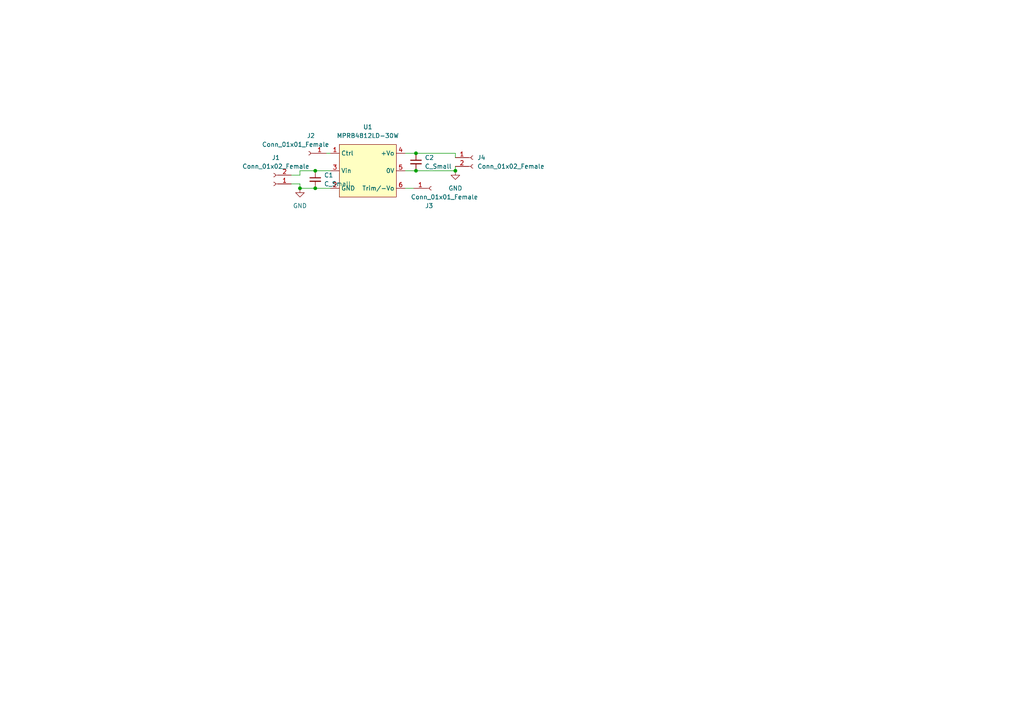
<source format=kicad_sch>
(kicad_sch (version 20211123) (generator eeschema)
  (paper "A4")
  (lib_symbols
    (symbol "Connector:Conn_01x01_Female" (pin_names (offset 1.016) hide)
      (property "Reference" "J" (at 0 2.54 0))
      (property "Value" "Conn_01x01_Female" (at 0 -2.54 0))
      (symbol "Conn_01x01_Female_1_1"
        (polyline (pts (xy -1.27 0) (xy -0.508 0)) (stroke (width 0.1524)))
        (arc (start 0 0.508) (mid -0.508 0) (end 0 -0.508) (stroke (width 0.1524)))
        (pin passive line (at -5.08 0 0) (length 3.81) (name "Pin_1") (number "1"))
      )
    )
    (symbol "Connector:Conn_01x02_Female" (pin_names (offset 1.016) hide)
      (property "Reference" "J" (at 0 2.54 0))
      (property "Value" "Conn_01x02_Female" (at 0 -5.08 0))
      (symbol "Conn_01x02_Female_1_1"
        (arc (start 0 -2.032) (mid -0.508 -2.54) (end 0 -3.048) (stroke (width 0.1524)))
        (polyline (pts (xy -1.27 -2.54) (xy -0.508 -2.54)) (stroke (width 0.1524)))
        (polyline (pts (xy -1.27 0) (xy -0.508 0)) (stroke (width 0.1524)))
        (arc (start 0 0.508) (mid -0.508 0) (end 0 -0.508) (stroke (width 0.1524)))
        (pin passive line (at -5.08 0 0) (length 3.81) (name "Pin_1") (number "1"))
        (pin passive line (at -5.08 -2.54 0) (length 3.81) (name "Pin_2") (number "2"))
      )
    )
    (symbol "Device:C_Small" (pin_numbers hide) (pin_names (offset 0.254) hide)
      (property "Reference" "C" (at 0.254 1.778 0))
      (property "Value" "C_Small" (at 0.254 -2.032 0))
      (symbol "C_Small_0_1"
        (polyline (pts (xy -1.524 -0.508) (xy 1.524 -0.508)) (stroke (width 0.3302)))
        (polyline (pts (xy -1.524 0.508) (xy 1.524 0.508)) (stroke (width 0.3048)))
      )
      (symbol "C_Small_1_1"
        (pin passive line (at 0 2.54 270) (length 2.032) (name "~") (number "1"))
        (pin passive line (at 0 -2.54 90) (length 2.032) (name "~") (number "2"))
      )
    )
    (symbol "Oskar:MPRB4812LD-30W"
      (property "Reference" "U" (at 1.27 22.86 0))
      (property "Value" "MPRB4812LD-30W" (at 8.89 3.81 0))
      (symbol "MPRB4812LD-30W_0_0"
        (rectangle (start 0 21.59) (end 16.51 6.35) (fill (type background)))
      )
      (symbol "MPRB4812LD-30W_1_1"
        (pin input line (at -2.54 19.05 0) (length 2.54) (name "Ctrl") (number "1"))
        (pin input line (at -2.54 8.89 0) (length 2.54) (name "GND") (number "2"))
        (pin input line (at -2.54 13.97 0) (length 2.54) (name "Vin") (number "3"))
        (pin input line (at 19.05 19.05 180) (length 2.54) (name "+Vo") (number "4"))
        (pin input line (at 19.05 13.97 180) (length 2.54) (name "0V") (number "5"))
        (pin input line (at 19.05 8.89 180) (length 2.54) (name "Trim/-Vo") (number "6"))
      )
    )
    (symbol "power:GND" (power) (pin_names (offset 0))
      (property "Value" "GND" (at 0 -3.81 0))
      (symbol "GND_0_1"
        (polyline (pts (xy 0 0) (xy 0 -1.27) (xy 1.27 -1.27) (xy 0 -2.54) (xy -1.27 -1.27) (xy 0 -1.27)))
      )
      (symbol "GND_1_1"
        (pin power_in line (at 0 0 270) (length 0) hide (name "GND") (number "1"))
      )
    )
  )
  (junction (at 120.65 44.45))
  (junction (at 120.65 49.53))
  (junction (at 86.995 54.61))
  (junction (at 91.44 54.61))
  (junction (at 91.44 49.53))
  (junction (at 132.08 49.53))
  (wire (pts (xy 86.995 49.53) (xy 91.44 49.53)))
  (wire (pts (xy 84.455 50.8) (xy 86.995 50.8)))
  (wire (pts (xy 117.475 44.45) (xy 120.65 44.45)))
  (wire (pts (xy 91.44 49.53) (xy 95.885 49.53)))
  (wire (pts (xy 91.44 54.61) (xy 95.885 54.61)))
  (wire (pts (xy 120.65 49.53) (xy 132.08 49.53)))
  (wire (pts (xy 94.615 44.45) (xy 95.885 44.45)))
  (wire (pts (xy 132.08 45.72) (xy 132.08 44.45)))
  (wire (pts (xy 86.995 53.34) (xy 86.995 54.61)))
  (wire (pts (xy 117.475 54.61) (xy 120.015 54.61)))
  (wire (pts (xy 86.995 50.8) (xy 86.995 49.53)))
  (wire (pts (xy 86.995 54.61) (xy 91.44 54.61)))
  (wire (pts (xy 84.455 53.34) (xy 86.995 53.34)))
  (wire (pts (xy 132.08 49.53) (xy 132.08 48.26)))
  (wire (pts (xy 117.475 49.53) (xy 120.65 49.53)))
  (wire (pts (xy 132.08 44.45) (xy 120.65 44.45)))
  (symbol (lib_id "power:GND") (at 86.995 54.61 0) (unit 1)
    (property "Reference" "#PWR?" (effects hide))
    (property "Value" "GND" (at 86.995 59.69 0))
  )
  (symbol (lib_id "Connector:Conn_01x02_Female") (at 79.375 53.34 180) (unit 1)
    (property "Reference" "J1" (at 80.01 45.72 0))
    (property "Value" "Conn_01x02_Female" (at 80.01 48.26 0))
    (property "Footprint" "Connector_AMASS:AMASS_XT30U-M_1x02_P5.0mm_Vertical" (effects hide))
  )
  (symbol (lib_id "Oskar:MPRB4812LD-30W") (at 98.425 63.5 0) (unit 1)
    (property "Reference" "U1" (at 106.68 36.83 0))
    (property "Value" "MPRB4812LD-30W" (at 106.68 39.37 0))
    (property "Footprint" "Oskar:MPRB4812LD-30W" (effects hide))
  )
  (symbol (lib_id "Connector:Conn_01x01_Female") (at 125.095 54.61 0) (unit 1)
    (property "Reference" "J3" (at 124.46 59.69 0))
    (property "Value" "Conn_01x01_Female" (at 128.905 57.15 0))
    (property "Footprint" "Connector_Pin:Pin_D1.0mm_L10.0mm" (effects hide))
  )
  (symbol (lib_id "Connector:Conn_01x01_Female") (at 89.535 44.45 180) (unit 1)
    (property "Reference" "J2" (at 90.17 39.37 0))
    (property "Value" "Conn_01x01_Female" (at 85.725 41.91 0))
    (property "Footprint" "Connector_Pin:Pin_D1.0mm_L10.0mm" (effects hide))
  )
  (symbol (lib_id "Device:C_Small") (at 91.44 52.07 0) (unit 1)
    (property "Reference" "C1" (at 93.98 50.8062 0) (effects (justify left)))
    (property "Value" "C_Small" (at 93.98 53.3462 0) (effects (justify left)))
    (property "Footprint" "Capacitor_SMD:C_0603_1608Metric" (effects hide))
  )
  (symbol (lib_id "Connector:Conn_01x02_Female") (at 137.16 45.72 0) (unit 1)
    (property "Reference" "J4" (at 138.43 45.7199 0) (effects (justify left)))
    (property "Value" "Conn_01x02_Female" (at 138.43 48.2599 0) (effects (justify left)))
    (property "Footprint" "Connector_AMASS:AMASS_XT30U-F_1x02_P5.0mm_Vertical" (effects hide))
  )
  (symbol (lib_id "power:GND") (at 132.08 49.53 0) (unit 1)
    (property "Reference" "#PWR?" (effects hide))
    (property "Value" "GND" (at 132.08 54.61 0))
  )
  (symbol (lib_id "Device:C_Small") (at 120.65 46.99 0) (unit 1)
    (property "Reference" "C2" (at 123.19 45.7262 0) (effects (justify left)))
    (property "Value" "C_Small" (at 123.19 48.2662 0) (effects (justify left)))
    (property "Footprint" "Capacitor_SMD:C_0603_1608Metric" (effects hide))
  )
)
</source>
